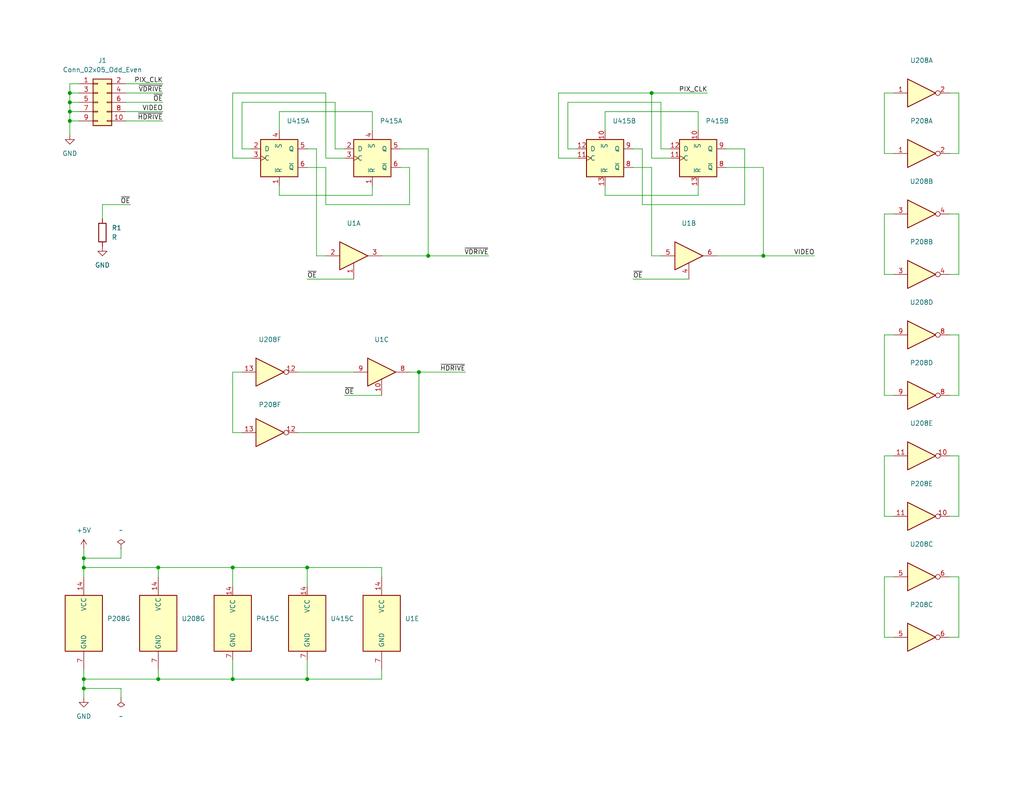
<source format=kicad_sch>
(kicad_sch (version 20211123) (generator eeschema)
  (paper "USLetter")
  (lib_symbols
    (symbol "74xx:74HC04"
      (property "Reference" "U" (at 0 1.27 0))
      (property "Value" "74HC04" (at 0 -1.27 0))
      (symbol "74HC04_1_0"
        (polyline (pts (xy -3.81 3.81) (xy -3.81 -3.81) (xy 3.81 0) (xy -3.81 3.81)) (stroke (width 0.254)) (fill (type background)))
        (pin input line (at -7.62 0 0) (length 3.81) (name "~") (number "1"))
        (pin output inverted (at 7.62 0 180) (length 3.81) (name "~") (number "2"))
      )
      (symbol "74HC04_2_0"
        (polyline (pts (xy -3.81 3.81) (xy -3.81 -3.81) (xy 3.81 0) (xy -3.81 3.81)) (stroke (width 0.254)) (fill (type background)))
        (pin input line (at -7.62 0 0) (length 3.81) (name "~") (number "3"))
        (pin output inverted (at 7.62 0 180) (length 3.81) (name "~") (number "4"))
      )
      (symbol "74HC04_3_0"
        (polyline (pts (xy -3.81 3.81) (xy -3.81 -3.81) (xy 3.81 0) (xy -3.81 3.81)) (stroke (width 0.254)) (fill (type background)))
        (pin input line (at -7.62 0 0) (length 3.81) (name "~") (number "5"))
        (pin output inverted (at 7.62 0 180) (length 3.81) (name "~") (number "6"))
      )
      (symbol "74HC04_4_0"
        (polyline (pts (xy -3.81 3.81) (xy -3.81 -3.81) (xy 3.81 0) (xy -3.81 3.81)) (stroke (width 0.254)) (fill (type background)))
        (pin output inverted (at 7.62 0 180) (length 3.81) (name "~") (number "8"))
        (pin input line (at -7.62 0 0) (length 3.81) (name "~") (number "9"))
      )
      (symbol "74HC04_5_0"
        (polyline (pts (xy -3.81 3.81) (xy -3.81 -3.81) (xy 3.81 0) (xy -3.81 3.81)) (stroke (width 0.254)) (fill (type background)))
        (pin output inverted (at 7.62 0 180) (length 3.81) (name "~") (number "10"))
        (pin input line (at -7.62 0 0) (length 3.81) (name "~") (number "11"))
      )
      (symbol "74HC04_6_0"
        (polyline (pts (xy -3.81 3.81) (xy -3.81 -3.81) (xy 3.81 0) (xy -3.81 3.81)) (stroke (width 0.254)) (fill (type background)))
        (pin output inverted (at 7.62 0 180) (length 3.81) (name "~") (number "12"))
        (pin input line (at -7.62 0 0) (length 3.81) (name "~") (number "13"))
      )
      (symbol "74HC04_7_0"
        (pin power_in line (at 0 12.7 270) (length 5.08) (name "VCC") (number "14"))
        (pin power_in line (at 0 -12.7 90) (length 5.08) (name "GND") (number "7"))
      )
      (symbol "74HC04_7_1"
        (rectangle (start -5.08 7.62) (end 5.08 -7.62) (stroke (width 0.254)) (fill (type background)))
      )
    )
    (symbol "74xx:74HC74" (pin_names (offset 1.016))
      (property "Reference" "U" (at -7.62 8.89 0))
      (property "Value" "74HC74" (at -7.62 -8.89 0))
      (symbol "74HC74_1_0"
        (pin input line (at 0 -7.62 90) (length 2.54) (name "~{R}") (number "1"))
        (pin input line (at -7.62 2.54 0) (length 2.54) (name "D") (number "2"))
        (pin input clock (at -7.62 0 0) (length 2.54) (name "C") (number "3"))
        (pin input line (at 0 7.62 270) (length 2.54) (name "~{S}") (number "4"))
        (pin output line (at 7.62 2.54 180) (length 2.54) (name "Q") (number "5"))
        (pin output line (at 7.62 -2.54 180) (length 2.54) (name "~{Q}") (number "6"))
      )
      (symbol "74HC74_1_1"
        (rectangle (start -5.08 5.08) (end 5.08 -5.08) (stroke (width 0.254)) (fill (type background)))
      )
      (symbol "74HC74_2_0"
        (pin input line (at 0 7.62 270) (length 2.54) (name "~{S}") (number "10"))
        (pin input clock (at -7.62 0 0) (length 2.54) (name "C") (number "11"))
        (pin input line (at -7.62 2.54 0) (length 2.54) (name "D") (number "12"))
        (pin input line (at 0 -7.62 90) (length 2.54) (name "~{R}") (number "13"))
        (pin output line (at 7.62 -2.54 180) (length 2.54) (name "~{Q}") (number "8"))
        (pin output line (at 7.62 2.54 180) (length 2.54) (name "Q") (number "9"))
      )
      (symbol "74HC74_2_1"
        (rectangle (start -5.08 5.08) (end 5.08 -5.08) (stroke (width 0.254)) (fill (type background)))
      )
      (symbol "74HC74_3_0"
        (pin power_in line (at 0 10.16 270) (length 2.54) (name "VCC") (number "14"))
        (pin power_in line (at 0 -10.16 90) (length 2.54) (name "GND") (number "7"))
      )
      (symbol "74HC74_3_1"
        (rectangle (start -5.08 7.62) (end 5.08 -7.62) (stroke (width 0.254)) (fill (type background)))
      )
    )
    (symbol "74xx:74LS126" (pin_names (offset 1.016))
      (property "Reference" "U" (at 0 1.27 0))
      (property "Value" "74LS126" (at 0 -1.27 0))
      (symbol "74LS126_1_0"
        (polyline (pts (xy -3.81 3.81) (xy -3.81 -3.81) (xy 3.81 0) (xy -3.81 3.81)) (stroke (width 0.254)) (fill (type background)))
        (pin input line (at 0 -6.35 90) (length 4.445) (name "~") (number "1"))
        (pin input line (at -7.62 0 0) (length 3.81) (name "~") (number "2"))
        (pin tri_state line (at 7.62 0 180) (length 3.81) (name "~") (number "3"))
      )
      (symbol "74LS126_2_0"
        (polyline (pts (xy -3.81 3.81) (xy -3.81 -3.81) (xy 3.81 0) (xy -3.81 3.81)) (stroke (width 0.254)) (fill (type background)))
        (pin input line (at 0 -6.35 90) (length 4.445) (name "~") (number "4"))
        (pin input line (at -7.62 0 0) (length 3.81) (name "~") (number "5"))
        (pin tri_state line (at 7.62 0 180) (length 3.81) (name "~") (number "6"))
      )
      (symbol "74LS126_3_0"
        (polyline (pts (xy -3.81 3.81) (xy -3.81 -3.81) (xy 3.81 0) (xy -3.81 3.81)) (stroke (width 0.254)) (fill (type background)))
        (pin input line (at 0 -6.35 90) (length 4.445) (name "~") (number "10"))
        (pin tri_state line (at 7.62 0 180) (length 3.81) (name "~") (number "8"))
        (pin input line (at -7.62 0 0) (length 3.81) (name "~") (number "9"))
      )
      (symbol "74LS126_4_0"
        (polyline (pts (xy -3.81 3.81) (xy -3.81 -3.81) (xy 3.81 0) (xy -3.81 3.81)) (stroke (width 0.254)) (fill (type background)))
        (pin tri_state line (at 7.62 0 180) (length 3.81) (name "~") (number "11"))
        (pin input line (at -7.62 0 0) (length 3.81) (name "~") (number "12"))
        (pin input line (at 0 -6.35 90) (length 4.445) (name "~") (number "13"))
      )
      (symbol "74LS126_5_0"
        (pin power_in line (at 0 12.7 270) (length 5.08) (name "VCC") (number "14"))
        (pin power_in line (at 0 -12.7 90) (length 5.08) (name "GND") (number "7"))
      )
      (symbol "74LS126_5_1"
        (rectangle (start -5.08 7.62) (end 5.08 -7.62) (stroke (width 0.254)) (fill (type background)))
      )
    )
    (symbol "Connector_Generic:Conn_02x05_Odd_Even" (pin_names (offset 1.016) hide)
      (property "Reference" "J" (at 1.27 7.62 0))
      (property "Value" "Conn_02x05_Odd_Even" (at 1.27 -7.62 0))
      (symbol "Conn_02x05_Odd_Even_1_1"
        (rectangle (start -1.27 -4.953) (end 0 -5.207) (stroke (width 0.1524)))
        (rectangle (start -1.27 -2.413) (end 0 -2.667) (stroke (width 0.1524)))
        (rectangle (start -1.27 0.127) (end 0 -0.127) (stroke (width 0.1524)))
        (rectangle (start -1.27 2.667) (end 0 2.413) (stroke (width 0.1524)))
        (rectangle (start -1.27 5.207) (end 0 4.953) (stroke (width 0.1524)))
        (rectangle (start -1.27 6.35) (end 3.81 -6.35) (stroke (width 0.254)) (fill (type background)))
        (rectangle (start 3.81 -4.953) (end 2.54 -5.207) (stroke (width 0.1524)))
        (rectangle (start 3.81 -2.413) (end 2.54 -2.667) (stroke (width 0.1524)))
        (rectangle (start 3.81 0.127) (end 2.54 -0.127) (stroke (width 0.1524)))
        (rectangle (start 3.81 2.667) (end 2.54 2.413) (stroke (width 0.1524)))
        (rectangle (start 3.81 5.207) (end 2.54 4.953) (stroke (width 0.1524)))
        (pin passive line (at -5.08 5.08 0) (length 3.81) (name "Pin_1") (number "1"))
        (pin passive line (at 7.62 -5.08 180) (length 3.81) (name "Pin_10") (number "10"))
        (pin passive line (at 7.62 5.08 180) (length 3.81) (name "Pin_2") (number "2"))
        (pin passive line (at -5.08 2.54 0) (length 3.81) (name "Pin_3") (number "3"))
        (pin passive line (at 7.62 2.54 180) (length 3.81) (name "Pin_4") (number "4"))
        (pin passive line (at -5.08 0 0) (length 3.81) (name "Pin_5") (number "5"))
        (pin passive line (at 7.62 0 180) (length 3.81) (name "Pin_6") (number "6"))
        (pin passive line (at -5.08 -2.54 0) (length 3.81) (name "Pin_7") (number "7"))
        (pin passive line (at 7.62 -2.54 180) (length 3.81) (name "Pin_8") (number "8"))
        (pin passive line (at -5.08 -5.08 0) (length 3.81) (name "Pin_9") (number "9"))
      )
    )
    (symbol "Device:R" (pin_numbers hide) (pin_names (offset 0))
      (property "Reference" "R" (at 2.032 0 90))
      (property "Value" "R" (at 0 0 90))
      (symbol "R_0_1"
        (rectangle (start -1.016 -2.54) (end 1.016 2.54) (stroke (width 0.254)))
      )
      (symbol "R_1_1"
        (pin passive line (at 0 3.81 270) (length 1.27) (name "~") (number "1"))
        (pin passive line (at 0 -3.81 90) (length 1.27) (name "~") (number "2"))
      )
    )
    (symbol "power:+5V" (power) (pin_names (offset 0))
      (property "Value" "+5V" (at 0 3.556 0))
      (symbol "+5V_0_1"
        (polyline (pts (xy -0.762 1.27) (xy 0 2.54)))
        (polyline (pts (xy 0 0) (xy 0 2.54)))
        (polyline (pts (xy 0 2.54) (xy 0.762 1.27)))
      )
      (symbol "+5V_1_1"
        (pin power_in line (at 0 0 90) (length 0) hide (name "+5V") (number "1"))
      )
    )
    (symbol "power:GND" (power) (pin_names (offset 0))
      (property "Value" "GND" (at 0 -3.81 0))
      (symbol "GND_0_1"
        (polyline (pts (xy 0 0) (xy 0 -1.27) (xy 1.27 -1.27) (xy 0 -2.54) (xy -1.27 -1.27) (xy 0 -1.27)))
      )
      (symbol "GND_1_1"
        (pin power_in line (at 0 0 270) (length 0) hide (name "GND") (number "1"))
      )
    )
    (symbol "power:PWR_FLAG" (power) (pin_numbers hide) (pin_names (offset 0) hide)
      (property "Value" "PWR_FLAG" (at 0 3.81 0))
      (symbol "PWR_FLAG_0_0"
        (pin power_out line (at 0 0 90) (length 0) (name "pwr") (number "1"))
      )
      (symbol "PWR_FLAG_0_1"
        (polyline (pts (xy 0 0) (xy 0 1.27) (xy -1.016 1.905) (xy 0 2.54) (xy 1.016 1.905) (xy 0 1.27)))
      )
    )
  )
  (junction (at 22.86 187.96))
  (junction (at 19.05 27.94))
  (junction (at 63.5 154.94))
  (junction (at 116.84 69.85))
  (junction (at 83.82 185.42))
  (junction (at 22.86 152.4))
  (junction (at 19.05 30.48))
  (junction (at 22.86 185.42))
  (junction (at 208.28 69.85))
  (junction (at 114.3 101.6))
  (junction (at 83.82 154.94))
  (junction (at 22.86 154.94))
  (junction (at 177.8 25.4))
  (junction (at 43.18 154.94))
  (junction (at 19.05 33.02))
  (junction (at 63.5 185.42))
  (junction (at 43.18 185.42))
  (junction (at 19.05 25.4))
  (wire (pts (xy 177.8 25.4) (xy 177.8 43.18)))
  (wire (pts (xy 88.9 43.18) (xy 93.98 43.18)))
  (wire (pts (xy 86.36 40.64) (xy 83.82 40.64)))
  (wire (pts (xy 22.86 182.88) (xy 22.86 185.42)))
  (wire (pts (xy 34.29 25.4) (xy 44.45 25.4)))
  (wire (pts (xy 63.5 154.94) (xy 63.5 160.02)))
  (wire (pts (xy 175.26 40.64) (xy 175.26 55.88)))
  (wire (pts (xy 88.9 55.88) (xy 111.76 55.88)))
  (wire (pts (xy 91.44 27.94) (xy 91.44 40.64)))
  (wire (pts (xy 190.5 30.48) (xy 190.5 35.56)))
  (wire (pts (xy 19.05 30.48) (xy 19.05 33.02)))
  (wire (pts (xy 243.84 91.44) (xy 241.3 91.44)))
  (wire (pts (xy 63.5 185.42) (xy 83.82 185.42)))
  (wire (pts (xy 19.05 25.4) (xy 21.59 25.4)))
  (wire (pts (xy 243.84 58.42) (xy 241.3 58.42)))
  (wire (pts (xy 175.26 55.88) (xy 203.2 55.88)))
  (wire (pts (xy 243.84 25.4) (xy 241.3 25.4)))
  (wire (pts (xy 241.3 107.95) (xy 243.84 107.95)))
  (wire (pts (xy 34.29 33.02) (xy 44.45 33.02)))
  (wire (pts (xy 33.02 190.5) (xy 33.02 187.96)))
  (wire (pts (xy 241.3 124.46) (xy 241.3 140.97)))
  (wire (pts (xy 83.82 45.72) (xy 88.9 45.72)))
  (wire (pts (xy 34.29 30.48) (xy 44.45 30.48)))
  (wire (pts (xy 76.2 53.34) (xy 101.6 53.34)))
  (wire (pts (xy 88.9 45.72) (xy 88.9 55.88)))
  (wire (pts (xy 261.62 173.99) (xy 261.62 157.48)))
  (wire (pts (xy 180.34 27.94) (xy 180.34 40.64)))
  (wire (pts (xy 83.82 154.94) (xy 104.14 154.94)))
  (wire (pts (xy 19.05 27.94) (xy 21.59 27.94)))
  (wire (pts (xy 116.84 40.64) (xy 109.22 40.64)))
  (wire (pts (xy 83.82 154.94) (xy 83.82 160.02)))
  (wire (pts (xy 177.8 45.72) (xy 177.8 69.85)))
  (wire (pts (xy 190.5 53.34) (xy 190.5 50.8)))
  (wire (pts (xy 22.86 185.42) (xy 43.18 185.42)))
  (wire (pts (xy 63.5 101.6) (xy 63.5 118.11)))
  (wire (pts (xy 104.14 185.42) (xy 104.14 182.88)))
  (wire (pts (xy 63.5 25.4) (xy 88.9 25.4)))
  (wire (pts (xy 33.02 187.96) (xy 22.86 187.96)))
  (wire (pts (xy 114.3 101.6) (xy 111.76 101.6)))
  (wire (pts (xy 259.08 107.95) (xy 261.62 107.95)))
  (wire (pts (xy 154.94 40.64) (xy 154.94 27.94)))
  (wire (pts (xy 93.98 107.95) (xy 104.14 107.95)))
  (wire (pts (xy 261.62 41.91) (xy 259.08 41.91)))
  (wire (pts (xy 63.5 43.18) (xy 63.5 25.4)))
  (wire (pts (xy 63.5 154.94) (xy 83.82 154.94)))
  (wire (pts (xy 43.18 154.94) (xy 63.5 154.94)))
  (wire (pts (xy 114.3 118.11) (xy 114.3 101.6)))
  (wire (pts (xy 76.2 50.8) (xy 76.2 53.34)))
  (wire (pts (xy 76.2 35.56) (xy 76.2 30.48)))
  (wire (pts (xy 63.5 180.34) (xy 63.5 185.42)))
  (wire (pts (xy 83.82 180.34) (xy 83.82 185.42)))
  (wire (pts (xy 243.84 124.46) (xy 241.3 124.46)))
  (wire (pts (xy 101.6 53.34) (xy 101.6 50.8)))
  (wire (pts (xy 241.3 25.4) (xy 241.3 41.91)))
  (wire (pts (xy 208.28 45.72) (xy 208.28 69.85)))
  (wire (pts (xy 43.18 182.88) (xy 43.18 185.42)))
  (wire (pts (xy 19.05 25.4) (xy 19.05 27.94)))
  (wire (pts (xy 63.5 118.11) (xy 66.04 118.11)))
  (wire (pts (xy 43.18 185.42) (xy 63.5 185.42)))
  (wire (pts (xy 66.04 40.64) (xy 66.04 27.94)))
  (wire (pts (xy 104.14 154.94) (xy 104.14 157.48)))
  (wire (pts (xy 261.62 157.48) (xy 259.08 157.48)))
  (wire (pts (xy 261.62 58.42) (xy 261.62 74.93)))
  (wire (pts (xy 86.36 40.64) (xy 86.36 69.85)))
  (wire (pts (xy 165.1 50.8) (xy 165.1 53.34)))
  (wire (pts (xy 66.04 101.6) (xy 63.5 101.6)))
  (wire (pts (xy 177.8 25.4) (xy 193.04 25.4)))
  (wire (pts (xy 241.3 140.97) (xy 243.84 140.97)))
  (wire (pts (xy 22.86 149.86) (xy 22.86 152.4)))
  (wire (pts (xy 198.12 45.72) (xy 208.28 45.72)))
  (wire (pts (xy 76.2 30.48) (xy 101.6 30.48)))
  (wire (pts (xy 81.28 118.11) (xy 114.3 118.11)))
  (wire (pts (xy 261.62 107.95) (xy 261.62 91.44)))
  (wire (pts (xy 19.05 22.86) (xy 19.05 25.4)))
  (wire (pts (xy 114.3 101.6) (xy 127 101.6)))
  (wire (pts (xy 241.3 41.91) (xy 243.84 41.91)))
  (wire (pts (xy 259.08 25.4) (xy 261.62 25.4)))
  (wire (pts (xy 157.48 40.64) (xy 154.94 40.64)))
  (wire (pts (xy 21.59 22.86) (xy 19.05 22.86)))
  (wire (pts (xy 66.04 27.94) (xy 91.44 27.94)))
  (wire (pts (xy 81.28 101.6) (xy 96.52 101.6)))
  (wire (pts (xy 152.4 25.4) (xy 177.8 25.4)))
  (wire (pts (xy 22.86 185.42) (xy 22.86 187.96)))
  (wire (pts (xy 34.29 22.86) (xy 44.45 22.86)))
  (wire (pts (xy 86.36 69.85) (xy 88.9 69.85)))
  (wire (pts (xy 172.72 76.2) (xy 187.96 76.2)))
  (wire (pts (xy 208.28 69.85) (xy 222.25 69.85)))
  (wire (pts (xy 19.05 27.94) (xy 19.05 30.48)))
  (wire (pts (xy 259.08 58.42) (xy 261.62 58.42)))
  (wire (pts (xy 261.62 140.97) (xy 259.08 140.97)))
  (wire (pts (xy 27.94 55.88) (xy 27.94 59.69)))
  (wire (pts (xy 152.4 43.18) (xy 157.48 43.18)))
  (wire (pts (xy 104.14 69.85) (xy 116.84 69.85)))
  (wire (pts (xy 116.84 69.85) (xy 133.35 69.85)))
  (wire (pts (xy 68.58 43.18) (xy 63.5 43.18)))
  (wire (pts (xy 241.3 173.99) (xy 243.84 173.99)))
  (wire (pts (xy 111.76 45.72) (xy 109.22 45.72)))
  (wire (pts (xy 43.18 154.94) (xy 43.18 157.48)))
  (wire (pts (xy 172.72 40.64) (xy 175.26 40.64)))
  (wire (pts (xy 22.86 157.48) (xy 22.86 154.94)))
  (wire (pts (xy 68.58 40.64) (xy 66.04 40.64)))
  (wire (pts (xy 172.72 45.72) (xy 177.8 45.72)))
  (wire (pts (xy 34.29 27.94) (xy 44.45 27.94)))
  (wire (pts (xy 19.05 33.02) (xy 19.05 36.83)))
  (wire (pts (xy 116.84 40.64) (xy 116.84 69.85)))
  (wire (pts (xy 243.84 157.48) (xy 241.3 157.48)))
  (wire (pts (xy 154.94 27.94) (xy 180.34 27.94)))
  (wire (pts (xy 91.44 40.64) (xy 93.98 40.64)))
  (wire (pts (xy 241.3 157.48) (xy 241.3 173.99)))
  (wire (pts (xy 259.08 124.46) (xy 261.62 124.46)))
  (wire (pts (xy 152.4 43.18) (xy 152.4 25.4)))
  (wire (pts (xy 83.82 76.2) (xy 96.52 76.2)))
  (wire (pts (xy 33.02 152.4) (xy 22.86 152.4)))
  (wire (pts (xy 22.86 187.96) (xy 22.86 190.5)))
  (wire (pts (xy 19.05 33.02) (xy 21.59 33.02)))
  (wire (pts (xy 198.12 40.64) (xy 203.2 40.64)))
  (wire (pts (xy 241.3 91.44) (xy 241.3 107.95)))
  (wire (pts (xy 261.62 25.4) (xy 261.62 41.91)))
  (wire (pts (xy 259.08 74.93) (xy 261.62 74.93)))
  (wire (pts (xy 111.76 55.88) (xy 111.76 45.72)))
  (wire (pts (xy 195.58 69.85) (xy 208.28 69.85)))
  (wire (pts (xy 203.2 55.88) (xy 203.2 40.64)))
  (wire (pts (xy 22.86 152.4) (xy 22.86 154.94)))
  (wire (pts (xy 33.02 149.86) (xy 33.02 152.4)))
  (wire (pts (xy 241.3 74.93) (xy 243.84 74.93)))
  (wire (pts (xy 22.86 154.94) (xy 43.18 154.94)))
  (wire (pts (xy 27.94 55.88) (xy 35.56 55.88)))
  (wire (pts (xy 165.1 30.48) (xy 190.5 30.48)))
  (wire (pts (xy 259.08 173.99) (xy 261.62 173.99)))
  (wire (pts (xy 83.82 185.42) (xy 104.14 185.42)))
  (wire (pts (xy 261.62 91.44) (xy 259.08 91.44)))
  (wire (pts (xy 180.34 40.64) (xy 182.88 40.64)))
  (wire (pts (xy 101.6 30.48) (xy 101.6 35.56)))
  (wire (pts (xy 261.62 124.46) (xy 261.62 140.97)))
  (wire (pts (xy 177.8 69.85) (xy 180.34 69.85)))
  (wire (pts (xy 177.8 43.18) (xy 182.88 43.18)))
  (wire (pts (xy 165.1 53.34) (xy 190.5 53.34)))
  (wire (pts (xy 165.1 35.56) (xy 165.1 30.48)))
  (wire (pts (xy 88.9 25.4) (xy 88.9 43.18)))
  (wire (pts (xy 19.05 30.48) (xy 21.59 30.48)))
  (wire (pts (xy 241.3 58.42) (xy 241.3 74.93)))
  (label "VIDEO" (at 44.45 30.48 180))
  (label "PIX_CLK" (at 44.45 22.86 180))
  (label "~{OE}" (at 93.98 107.95 0))
  (label "PIX_CLK" (at 193.04 25.4 180))
  (label "~{OE}" (at 35.56 55.88 180))
  (label "~{HDRIVE}" (at 44.45 33.02 180))
  (label "~{VDRIVE}" (at 133.35 69.85 180))
  (label "~{OE}" (at 44.45 27.94 180))
  (label "~{VDRIVE}" (at 44.45 25.4 180))
  (label "VIDEO" (at 222.25 69.85 180))
  (label "~{OE}" (at 83.82 76.2 0))
  (label "~{OE}" (at 172.72 76.2 0))
  (label "~{HDRIVE}" (at 127 101.6 180))
  (symbol (lib_id "74xx:74HC04") (at 251.46 124.46 0) (unit 5)
    (property "Reference" "U208" (at 251.46 115.57 0))
    (property "Footprint" "Package_DIP:DIP-14_W7.62mm" (effects hide))
    (property "Datasheet" "https://assets.nexperia.com/documents/data-sheet/74HC_HCT04.pdf" (effects hide))
  )
  (symbol (lib_id "74xx:74HC04") (at 22.86 170.18 0) (unit 7)
    (property "Reference" "P208" (at 29.21 168.9099 0) (effects (justify left)))
    (property "Footprint" "Package_DIP:DIP-14_W7.62mm" (effects hide))
    (property "Datasheet" "https://assets.nexperia.com/documents/data-sheet/74HC_HCT04.pdf" (effects hide))
  )
  (symbol (lib_id "74xx:74HC04") (at 251.46 173.99 0) (unit 3)
    (property "Reference" "P208" (at 251.46 165.1 0))
    (property "Footprint" "Package_DIP:DIP-14_W7.62mm" (effects hide))
    (property "Datasheet" "https://assets.nexperia.com/documents/data-sheet/74HC_HCT04.pdf" (effects hide))
  )
  (symbol (lib_id "power:+5V") (at 22.86 149.86 0) (unit 1)
    (property "Reference" "#PWR0102" (effects hide))
    (property "Value" "+5V" (at 22.86 144.78 0))
  )
  (symbol (lib_id "74xx:74HC04") (at 251.46 140.97 0) (unit 5)
    (property "Reference" "P208" (at 251.46 132.08 0))
    (property "Footprint" "Package_DIP:DIP-14_W7.62mm" (effects hide))
    (property "Datasheet" "https://assets.nexperia.com/documents/data-sheet/74HC_HCT04.pdf" (effects hide))
  )
  (symbol (lib_id "power:GND") (at 22.86 190.5 0) (unit 1)
    (property "Reference" "#PWR0101" (effects hide))
    (property "Value" "GND" (at 22.86 195.58 0))
  )
  (symbol (lib_id "power:PWR_FLAG") (at 33.02 149.86 0) (unit 1)
    (property "Reference" "#FLG0102" (effects hide))
  )
  (symbol (lib_id "74xx:74HC74") (at 63.5 170.18 0) (unit 3)
    (property "Reference" "P415" (at 69.85 168.9099 0) (effects (justify left)))
    (property "Footprint" "Package_DIP:DIP-14_W7.62mm" (effects hide))
    (property "Datasheet" "74xx/74hc_hct74.pdf" (effects hide))
  )
  (symbol (lib_id "power:GND") (at 27.94 67.31 0) (unit 1)
    (property "Reference" "#PWR0103" (effects hide))
    (property "Value" "GND" (at 27.94 72.39 0))
  )
  (symbol (lib_id "power:PWR_FLAG") (at 33.02 190.5 180) (unit 1)
    (property "Reference" "#FLG0101" (effects hide))
  )
  (symbol (lib_id "74xx:74HC74") (at 83.82 170.18 0) (unit 3)
    (property "Reference" "U415" (at 90.17 168.9099 0) (effects (justify left)))
    (property "Datasheet" "74xx/74hc_hct74.pdf" (effects hide))
  )
  (symbol (lib_id "74xx:74HC04") (at 251.46 107.95 0) (unit 4)
    (property "Reference" "P208" (at 251.46 99.06 0))
    (property "Footprint" "Package_DIP:DIP-14_W7.62mm" (effects hide))
    (property "Datasheet" "https://assets.nexperia.com/documents/data-sheet/74HC_HCT04.pdf" (effects hide))
  )
  (symbol (lib_id "74xx:74HC74") (at 190.5 43.18 0) (unit 2)
    (property "Reference" "P415" (at 192.5194 33.02 0) (effects (justify left)))
    (property "Footprint" "Package_DIP:DIP-14_W7.62mm" (effects hide))
    (property "Datasheet" "74xx/74hc_hct74.pdf" (effects hide))
  )
  (symbol (lib_id "74xx:74HC04") (at 251.46 157.48 0) (unit 3)
    (property "Reference" "U208" (at 251.46 148.59 0))
    (property "Footprint" "Package_DIP:DIP-14_W7.62mm" (effects hide))
    (property "Datasheet" "https://assets.nexperia.com/documents/data-sheet/74HC_HCT04.pdf" (effects hide))
  )
  (symbol (lib_id "74xx:74HC04") (at 251.46 91.44 0) (unit 4)
    (property "Reference" "U208" (at 251.46 82.55 0))
    (property "Footprint" "Package_DIP:DIP-14_W7.62mm" (effects hide))
    (property "Datasheet" "https://assets.nexperia.com/documents/data-sheet/74HC_HCT04.pdf" (effects hide))
  )
  (symbol (lib_id "74xx:74HC04") (at 73.66 118.11 0) (unit 6)
    (property "Reference" "P208" (at 73.66 110.49 0))
    (property "Footprint" "Package_DIP:DIP-14_W7.62mm" (effects hide))
    (property "Datasheet" "https://assets.nexperia.com/documents/data-sheet/74HC_HCT04.pdf" (effects hide))
  )
  (symbol (lib_id "74xx:74HC04") (at 251.46 58.42 0) (unit 2)
    (property "Reference" "U208" (at 251.46 49.53 0))
    (property "Footprint" "Package_DIP:DIP-14_W7.62mm" (effects hide))
    (property "Datasheet" "https://assets.nexperia.com/documents/data-sheet/74HC_HCT04.pdf" (effects hide))
  )
  (symbol (lib_id "74xx:74LS126") (at 104.14 170.18 0) (unit 5)
    (property "Reference" "U1" (at 110.49 168.9099 0) (effects (justify left)))
    (property "Datasheet" "http://www.ti.com/lit/gpn/sn74LS126" (effects hide))
  )
  (symbol (lib_id "Connector_Generic:Conn_02x05_Odd_Even") (at 26.67 27.94 0) (unit 1)
    (property "Reference" "J1" (at 27.94 16.51 0))
    (property "Value" "Conn_02x05_Odd_Even" (at 27.94 19.05 0))
    (property "Footprint" "Connector_PinHeader_2.54mm:PinHeader_2x05_P2.54mm_Vertical" (effects hide))
  )
  (symbol (lib_id "74xx:74HC04") (at 73.66 101.6 0) (unit 6)
    (property "Reference" "U208" (at 73.66 92.71 0))
    (property "Footprint" "Package_DIP:DIP-14_W7.62mm" (effects hide))
    (property "Datasheet" "https://assets.nexperia.com/documents/data-sheet/74HC_HCT04.pdf" (effects hide))
  )
  (symbol (lib_id "power:GND") (at 19.05 36.83 0) (unit 1)
    (property "Reference" "#PWR0104" (effects hide))
    (property "Value" "GND" (at 19.05 41.91 0))
  )
  (symbol (lib_id "74xx:74HC74") (at 76.2 43.18 0) (unit 1)
    (property "Reference" "U415" (at 78.2194 33.02 0) (effects (justify left)))
    (property "Datasheet" "74xx/74hc_hct74.pdf" (effects hide))
  )
  (symbol (lib_id "74xx:74LS126") (at 104.14 101.6 0) (unit 3)
    (property "Reference" "U1" (at 104.14 92.71 0))
    (property "Datasheet" "http://www.ti.com/lit/gpn/sn74LS126" (effects hide))
  )
  (symbol (lib_id "74xx:74HC04") (at 251.46 25.4 0) (unit 1)
    (property "Reference" "U208" (at 251.46 16.51 0))
    (property "Footprint" "Package_DIP:DIP-14_W7.62mm" (effects hide))
    (property "Datasheet" "https://assets.nexperia.com/documents/data-sheet/74HC_HCT04.pdf" (effects hide))
  )
  (symbol (lib_id "Device:R") (at 27.94 63.5 0) (unit 1)
    (property "Reference" "R1" (at 30.48 62.2299 0) (effects (justify left)))
    (property "Value" "R" (at 30.48 64.7699 0) (effects (justify left)))
  )
  (symbol (lib_id "74xx:74HC74") (at 165.1 43.18 0) (unit 2)
    (property "Reference" "U415" (at 167.1194 33.02 0) (effects (justify left)))
    (property "Datasheet" "74xx/74hc_hct74.pdf" (effects hide))
  )
  (symbol (lib_id "74xx:74HC74") (at 101.6 43.18 0) (unit 1)
    (property "Reference" "P415" (at 103.6194 33.02 0) (effects (justify left)))
    (property "Footprint" "Package_DIP:DIP-14_W7.62mm" (effects hide))
    (property "Datasheet" "74xx/74hc_hct74.pdf" (effects hide))
  )
  (symbol (lib_id "74xx:74LS126") (at 187.96 69.85 0) (unit 2)
    (property "Reference" "U1" (at 187.96 60.96 0))
    (property "Datasheet" "http://www.ti.com/lit/gpn/sn74LS126" (effects hide))
  )
  (symbol (lib_id "74xx:74HC04") (at 251.46 74.93 0) (unit 2)
    (property "Reference" "P208" (at 251.46 66.04 0))
    (property "Footprint" "Package_DIP:DIP-14_W7.62mm" (effects hide))
    (property "Datasheet" "https://assets.nexperia.com/documents/data-sheet/74HC_HCT04.pdf" (effects hide))
  )
  (symbol (lib_id "74xx:74LS126") (at 96.52 69.85 0) (unit 1)
    (property "Reference" "U1" (at 96.52 60.96 0))
    (property "Datasheet" "http://www.ti.com/lit/gpn/sn74LS126" (effects hide))
  )
  (symbol (lib_id "74xx:74HC04") (at 43.18 170.18 0) (unit 7)
    (property "Reference" "U208" (at 49.53 168.9099 0) (effects (justify left)))
    (property "Footprint" "Package_DIP:DIP-14_W7.62mm" (effects hide))
    (property "Datasheet" "https://assets.nexperia.com/documents/data-sheet/74HC_HCT04.pdf" (effects hide))
  )
  (symbol (lib_id "74xx:74HC04") (at 251.46 41.91 0) (unit 1)
    (property "Reference" "P208" (at 251.46 33.02 0))
    (property "Footprint" "Package_DIP:DIP-14_W7.62mm" (effects hide))
    (property "Datasheet" "https://assets.nexperia.com/documents/data-sheet/74HC_HCT04.pdf" (effects hide))
  )
)
</source>
